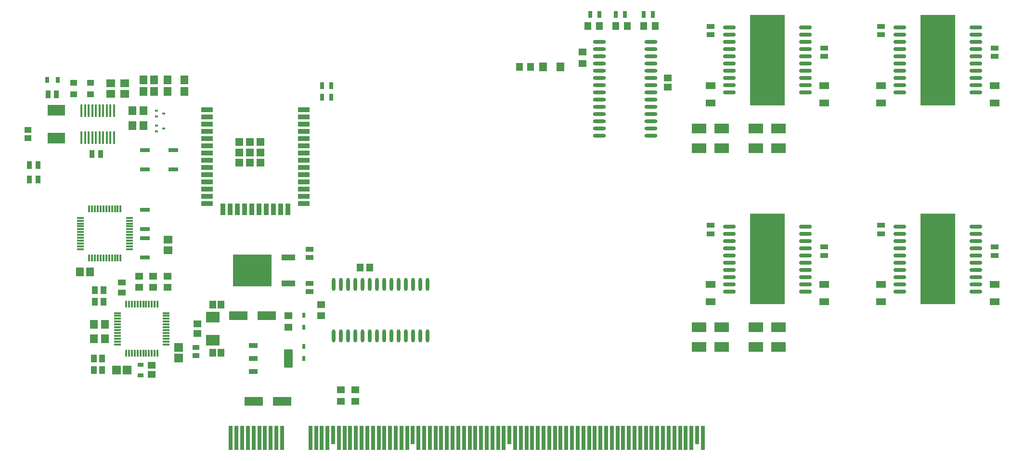
<source format=gtp>
G04*
G04 #@! TF.GenerationSoftware,Altium Limited,Altium Designer,21.3.2 (30)*
G04*
G04 Layer_Color=8421504*
%FSLAX25Y25*%
%MOIN*%
G70*
G04*
G04 #@! TF.SameCoordinates,B38D24C8-20F9-4C12-AD3A-4427D22FBD9A*
G04*
G04*
G04 #@! TF.FilePolarity,Positive*
G04*
G01*
G75*
%ADD19R,0.02756X0.16535*%
%ADD20R,0.02756X0.12598*%
%ADD21R,0.12598X0.06299*%
%ADD22R,0.03150X0.04921*%
%ADD23R,0.04724X0.05709*%
%ADD24R,0.05709X0.04724*%
%ADD25R,0.05544X0.04747*%
%ADD26R,0.05315X0.03740*%
%ADD27O,0.09055X0.02362*%
%ADD28R,0.07087X0.04921*%
%ADD29O,0.08858X0.02756*%
%ADD30R,0.24410X0.62992*%
%ADD31R,0.09843X0.06693*%
%ADD32R,0.04747X0.05544*%
%ADD33O,0.02362X0.09055*%
%ADD34R,0.05512X0.05906*%
%ADD35R,0.02126X0.03386*%
G04:AMPARAMS|DCode=36|XSize=124.02mil|YSize=57.09mil|CornerRadius=2mil|HoleSize=0mil|Usage=FLASHONLY|Rotation=90.000|XOffset=0mil|YOffset=0mil|HoleType=Round|Shape=RoundedRectangle|*
%AMROUNDEDRECTD36*
21,1,0.12402,0.05309,0,0,90.0*
21,1,0.12002,0.05709,0,0,90.0*
1,1,0.00400,0.02655,0.06001*
1,1,0.00400,0.02655,-0.06001*
1,1,0.00400,-0.02655,-0.06001*
1,1,0.00400,-0.02655,0.06001*
%
%ADD36ROUNDEDRECTD36*%
G04:AMPARAMS|DCode=37|XSize=35.43mil|YSize=57.09mil|CornerRadius=1.95mil|HoleSize=0mil|Usage=FLASHONLY|Rotation=90.000|XOffset=0mil|YOffset=0mil|HoleType=Round|Shape=RoundedRectangle|*
%AMROUNDEDRECTD37*
21,1,0.03543,0.05319,0,0,90.0*
21,1,0.03154,0.05709,0,0,90.0*
1,1,0.00390,0.02659,0.01577*
1,1,0.00390,0.02659,-0.01577*
1,1,0.00390,-0.02659,-0.01577*
1,1,0.00390,-0.02659,0.01577*
%
%ADD37ROUNDEDRECTD37*%
%ADD38R,0.05315X0.03937*%
%ADD39R,0.04528X0.05315*%
%ADD40R,0.06102X0.06102*%
%ADD41R,0.04134X0.03150*%
%ADD42R,0.05709X0.05118*%
%ADD43R,0.05709X0.04528*%
%ADD44R,0.09449X0.07480*%
%ADD45R,0.04969X0.03771*%
%ADD46R,0.06102X0.06102*%
%ADD47R,0.03937X0.05315*%
%ADD48R,0.05727X0.06127*%
%ADD49R,0.05315X0.06102*%
%ADD50R,0.06693X0.03150*%
%ADD51R,0.06102X0.05512*%
%ADD52R,0.03740X0.05315*%
%ADD53R,0.05512X0.06102*%
%ADD54R,0.26772X0.21850*%
%ADD55R,0.09449X0.03937*%
%ADD56R,0.02000X0.01402*%
%ADD57R,0.05118X0.01181*%
%ADD58R,0.01181X0.05118*%
%ADD59R,0.04724X0.04331*%
%ADD60R,0.03150X0.04134*%
G04:AMPARAMS|DCode=61|XSize=88.58mil|YSize=15.75mil|CornerRadius=7.87mil|HoleSize=0mil|Usage=FLASHONLY|Rotation=270.000|XOffset=0mil|YOffset=0mil|HoleType=Round|Shape=RoundedRectangle|*
%AMROUNDEDRECTD61*
21,1,0.08858,0.00000,0,0,270.0*
21,1,0.07284,0.01575,0,0,270.0*
1,1,0.01575,0.00000,-0.03642*
1,1,0.01575,0.00000,0.03642*
1,1,0.01575,0.00000,0.03642*
1,1,0.01575,0.00000,-0.03642*
%
%ADD61ROUNDEDRECTD61*%
%ADD62R,0.12400X0.07700*%
%ADD63R,0.05151X0.03960*%
%ADD64R,0.07874X0.03543*%
%ADD65R,0.03543X0.07874*%
%ADD66R,0.05236X0.05236*%
D19*
X289961Y13780D02*
D03*
X282087D02*
D03*
X270276D02*
D03*
X297835D02*
D03*
X278150D02*
D03*
X286024D02*
D03*
X293898D02*
D03*
X301772D02*
D03*
X274213D02*
D03*
X258465D02*
D03*
X262402D02*
D03*
X266339D02*
D03*
X309646D02*
D03*
X179724D02*
D03*
X183661D02*
D03*
X211221D02*
D03*
X199409D02*
D03*
X187598D02*
D03*
X207283D02*
D03*
X191535D02*
D03*
X195472D02*
D03*
X203346D02*
D03*
X215158D02*
D03*
X234842D02*
D03*
X254528D02*
D03*
X238779D02*
D03*
X246654D02*
D03*
X242717D02*
D03*
X325394D02*
D03*
X352953D02*
D03*
X360827D02*
D03*
X329331D02*
D03*
X321457D02*
D03*
X313583D02*
D03*
X341142D02*
D03*
X317520D02*
D03*
X345079D02*
D03*
X349016D02*
D03*
X364764D02*
D03*
X376575D02*
D03*
X368701D02*
D03*
X356890D02*
D03*
X333268D02*
D03*
X337205D02*
D03*
X380512D02*
D03*
X384449D02*
D03*
X388386D02*
D03*
X392323D02*
D03*
X396260D02*
D03*
X400197D02*
D03*
X404134D02*
D03*
X408071D02*
D03*
X412008D02*
D03*
X415945D02*
D03*
X419882D02*
D03*
X423819D02*
D03*
X427756D02*
D03*
X431693D02*
D03*
X435630D02*
D03*
X439567D02*
D03*
X443504D02*
D03*
X447441D02*
D03*
X451378D02*
D03*
X455315D02*
D03*
X459252D02*
D03*
X463189D02*
D03*
X467126D02*
D03*
X471063D02*
D03*
X475000D02*
D03*
X478937D02*
D03*
X482874D02*
D03*
X486811D02*
D03*
X490748D02*
D03*
X494685D02*
D03*
X498622D02*
D03*
X506496D02*
D03*
D20*
X305709Y15748D02*
D03*
X250590D02*
D03*
X372638D02*
D03*
X502559D02*
D03*
D21*
X215158Y39370D02*
D03*
X195472D02*
D03*
X204724Y98425D02*
D03*
X185039D02*
D03*
D22*
X471850Y307087D02*
D03*
X465551D02*
D03*
X452559D02*
D03*
X446260D02*
D03*
X428543D02*
D03*
X434842D02*
D03*
X249213Y250000D02*
D03*
X242913D02*
D03*
X249213Y257874D02*
D03*
X242913D02*
D03*
D23*
X465551Y299213D02*
D03*
X473425D02*
D03*
X446260D02*
D03*
X454134D02*
D03*
X434842D02*
D03*
X426968D02*
D03*
X379528Y271063D02*
D03*
X387402D02*
D03*
D24*
X423228Y281280D02*
D03*
Y273406D02*
D03*
X265748Y39370D02*
D03*
Y47244D02*
D03*
X255906Y39370D02*
D03*
Y47244D02*
D03*
X242126Y106299D02*
D03*
Y98425D02*
D03*
X135827Y125984D02*
D03*
Y118110D02*
D03*
X125984Y125984D02*
D03*
Y118110D02*
D03*
X116142Y125984D02*
D03*
Y118110D02*
D03*
X219685Y90551D02*
D03*
Y98425D02*
D03*
D25*
X482283Y263405D02*
D03*
Y256900D02*
D03*
D26*
X708661Y146201D02*
D03*
Y140295D02*
D03*
X590551Y146201D02*
D03*
Y140295D02*
D03*
X708661Y283996D02*
D03*
Y278091D02*
D03*
X590551Y284055D02*
D03*
Y278150D02*
D03*
X629921Y161201D02*
D03*
Y155295D02*
D03*
Y299016D02*
D03*
Y293110D02*
D03*
X511811Y155295D02*
D03*
Y161201D02*
D03*
Y293110D02*
D03*
Y299016D02*
D03*
X234252Y138779D02*
D03*
Y144685D02*
D03*
X234252Y121063D02*
D03*
Y115157D02*
D03*
D27*
X434842Y288405D02*
D03*
Y283405D02*
D03*
Y278405D02*
D03*
Y273406D02*
D03*
Y268406D02*
D03*
Y263405D02*
D03*
Y258405D02*
D03*
Y253405D02*
D03*
Y248406D02*
D03*
Y243406D02*
D03*
Y238405D02*
D03*
Y233405D02*
D03*
Y228405D02*
D03*
Y223406D02*
D03*
X470669Y288405D02*
D03*
Y283405D02*
D03*
Y278405D02*
D03*
Y273406D02*
D03*
Y268406D02*
D03*
Y263405D02*
D03*
Y258405D02*
D03*
Y253405D02*
D03*
Y248406D02*
D03*
Y243406D02*
D03*
Y238405D02*
D03*
Y233405D02*
D03*
Y228405D02*
D03*
Y223406D02*
D03*
D28*
X708661Y108169D02*
D03*
Y120177D02*
D03*
X629921Y108169D02*
D03*
Y120177D02*
D03*
X708661Y245965D02*
D03*
Y257972D02*
D03*
X629921Y245965D02*
D03*
Y257972D02*
D03*
X511811Y120177D02*
D03*
Y108169D02*
D03*
X590551Y120177D02*
D03*
Y108169D02*
D03*
Y257972D02*
D03*
Y245965D02*
D03*
X511811Y257972D02*
D03*
Y245965D02*
D03*
D29*
X695571Y115295D02*
D03*
Y120295D02*
D03*
Y125295D02*
D03*
Y130295D02*
D03*
Y135295D02*
D03*
Y140295D02*
D03*
Y145295D02*
D03*
Y150295D02*
D03*
Y155295D02*
D03*
Y160295D02*
D03*
X643012Y115295D02*
D03*
Y120295D02*
D03*
Y125295D02*
D03*
Y130295D02*
D03*
Y135295D02*
D03*
Y140295D02*
D03*
Y145295D02*
D03*
Y150295D02*
D03*
Y155295D02*
D03*
Y160295D02*
D03*
X695571Y253091D02*
D03*
Y258090D02*
D03*
Y263090D02*
D03*
Y268091D02*
D03*
Y273091D02*
D03*
Y278091D02*
D03*
Y283090D02*
D03*
Y288090D02*
D03*
Y293091D02*
D03*
Y298091D02*
D03*
X643012Y253091D02*
D03*
Y258090D02*
D03*
Y263090D02*
D03*
Y268091D02*
D03*
Y273091D02*
D03*
Y278091D02*
D03*
Y283090D02*
D03*
Y288090D02*
D03*
Y293091D02*
D03*
Y298091D02*
D03*
X577461Y115295D02*
D03*
Y120295D02*
D03*
Y125295D02*
D03*
Y130295D02*
D03*
Y135295D02*
D03*
Y140295D02*
D03*
Y145295D02*
D03*
Y150295D02*
D03*
Y155295D02*
D03*
Y160295D02*
D03*
X524902Y115295D02*
D03*
Y120295D02*
D03*
Y125295D02*
D03*
Y130295D02*
D03*
Y135295D02*
D03*
Y140295D02*
D03*
Y145295D02*
D03*
Y150295D02*
D03*
Y155295D02*
D03*
Y160295D02*
D03*
X577461Y253091D02*
D03*
Y258090D02*
D03*
Y263090D02*
D03*
Y268091D02*
D03*
Y273091D02*
D03*
Y278091D02*
D03*
Y283090D02*
D03*
Y288090D02*
D03*
Y293091D02*
D03*
Y298091D02*
D03*
X524902Y253091D02*
D03*
Y258090D02*
D03*
Y263090D02*
D03*
Y268091D02*
D03*
Y273091D02*
D03*
Y278091D02*
D03*
Y283090D02*
D03*
Y288090D02*
D03*
Y293091D02*
D03*
Y298091D02*
D03*
D30*
X669291Y137795D02*
D03*
Y275590D02*
D03*
X551181Y137795D02*
D03*
X551181Y275590D02*
D03*
D31*
X519685Y76772D02*
D03*
X503937D02*
D03*
X559055D02*
D03*
X543307D02*
D03*
Y90551D02*
D03*
X559055D02*
D03*
X503937D02*
D03*
X519685D02*
D03*
X559055Y214567D02*
D03*
X543307D02*
D03*
X519685D02*
D03*
X503937D02*
D03*
X543307Y228346D02*
D03*
X559055D02*
D03*
X503937D02*
D03*
X519685D02*
D03*
D32*
X275891Y131890D02*
D03*
X269385D02*
D03*
D33*
X315965Y120276D02*
D03*
X310965D02*
D03*
X305965D02*
D03*
X300965D02*
D03*
X295965D02*
D03*
X290965D02*
D03*
X285965D02*
D03*
X280965D02*
D03*
X275965D02*
D03*
X270965D02*
D03*
X265965D02*
D03*
X260965D02*
D03*
X255965D02*
D03*
X250965D02*
D03*
X315965Y84449D02*
D03*
X310965D02*
D03*
X305965D02*
D03*
X300965D02*
D03*
X295965D02*
D03*
X290965D02*
D03*
X285965D02*
D03*
X280965D02*
D03*
X275965D02*
D03*
X270965D02*
D03*
X265965D02*
D03*
X260965D02*
D03*
X255965D02*
D03*
X250965D02*
D03*
D34*
X396063Y271063D02*
D03*
X407874D02*
D03*
X135827Y253937D02*
D03*
X147638D02*
D03*
X135827Y261811D02*
D03*
X147638D02*
D03*
D35*
X230315Y90551D02*
D03*
Y98976D02*
D03*
Y77323D02*
D03*
Y68898D02*
D03*
D36*
X219587Y68898D02*
D03*
D37*
X195374Y59842D02*
D03*
Y68898D02*
D03*
Y77953D02*
D03*
D38*
X104331Y114567D02*
D03*
Y121653D02*
D03*
D39*
X173031Y106299D02*
D03*
X167323D02*
D03*
X173031Y72835D02*
D03*
X167323D02*
D03*
D40*
X100689Y61024D02*
D03*
X107972D02*
D03*
D41*
X117323Y64665D02*
D03*
Y57382D02*
D03*
D42*
X125000Y57874D02*
D03*
Y64173D02*
D03*
D43*
X156496Y93012D02*
D03*
Y86122D02*
D03*
D44*
X167323Y81496D02*
D03*
Y97638D02*
D03*
D45*
X155512Y76485D02*
D03*
Y70759D02*
D03*
D46*
X143701Y69193D02*
D03*
Y76476D02*
D03*
D47*
X91535Y108268D02*
D03*
X85630D02*
D03*
X91535Y116142D02*
D03*
X85630D02*
D03*
X84744Y61024D02*
D03*
X90650D02*
D03*
X84744Y68898D02*
D03*
X90650D02*
D03*
D48*
X75095Y128937D02*
D03*
X82385D02*
D03*
D49*
X92421Y82677D02*
D03*
X84744D02*
D03*
X92421Y92520D02*
D03*
X84744D02*
D03*
D50*
X120079Y213386D02*
D03*
Y200000D02*
D03*
X139764Y213386D02*
D03*
Y200000D02*
D03*
X120079Y152362D02*
D03*
Y138976D02*
D03*
Y172047D02*
D03*
Y158661D02*
D03*
D51*
X136221Y143898D02*
D03*
Y151378D02*
D03*
X106299Y259646D02*
D03*
Y252165D02*
D03*
X96457Y259646D02*
D03*
Y252165D02*
D03*
D52*
X46260Y192913D02*
D03*
X40354D02*
D03*
X46260Y202756D02*
D03*
X40354D02*
D03*
X83661Y210630D02*
D03*
X89567D02*
D03*
X59055Y251969D02*
D03*
X53150D02*
D03*
D53*
X119095Y261811D02*
D03*
X126575D02*
D03*
X119095Y253937D02*
D03*
X126575D02*
D03*
X111614Y230315D02*
D03*
X119095D02*
D03*
X111614Y240551D02*
D03*
X119095D02*
D03*
D54*
X194488Y129921D02*
D03*
D55*
X219685Y138898D02*
D03*
Y120945D02*
D03*
D56*
X128159Y230315D02*
D03*
Y226378D02*
D03*
X133258Y228346D02*
D03*
X128159Y240551D02*
D03*
Y236614D02*
D03*
X133258Y238583D02*
D03*
D57*
X101181Y100394D02*
D03*
Y98425D02*
D03*
Y96457D02*
D03*
Y94488D02*
D03*
Y92520D02*
D03*
Y90551D02*
D03*
Y78740D02*
D03*
Y80709D02*
D03*
Y82677D02*
D03*
Y84646D02*
D03*
Y86614D02*
D03*
Y88583D02*
D03*
X135039Y78740D02*
D03*
Y80709D02*
D03*
Y82677D02*
D03*
Y84646D02*
D03*
Y86614D02*
D03*
Y88583D02*
D03*
Y100394D02*
D03*
Y98425D02*
D03*
Y96457D02*
D03*
Y94488D02*
D03*
Y92520D02*
D03*
Y90551D02*
D03*
X109449Y144685D02*
D03*
Y146653D02*
D03*
Y148622D02*
D03*
Y150591D02*
D03*
Y152559D02*
D03*
Y154527D02*
D03*
Y166339D02*
D03*
Y164370D02*
D03*
Y162402D02*
D03*
Y160433D02*
D03*
Y158465D02*
D03*
Y156496D02*
D03*
X75591Y166339D02*
D03*
Y164370D02*
D03*
Y162402D02*
D03*
Y160433D02*
D03*
Y158465D02*
D03*
Y156496D02*
D03*
Y144685D02*
D03*
Y146653D02*
D03*
Y148622D02*
D03*
Y150591D02*
D03*
Y152559D02*
D03*
Y154527D02*
D03*
D58*
X107283Y72638D02*
D03*
X109252D02*
D03*
X111221D02*
D03*
X113189D02*
D03*
X115157D02*
D03*
X117126D02*
D03*
X128937D02*
D03*
X126969D02*
D03*
X125000D02*
D03*
X123031D02*
D03*
X121063D02*
D03*
X119095D02*
D03*
X128937Y106496D02*
D03*
X126969D02*
D03*
X125000D02*
D03*
X123031D02*
D03*
X121063D02*
D03*
X119095D02*
D03*
X107283D02*
D03*
X109252D02*
D03*
X111221D02*
D03*
X113189D02*
D03*
X115157D02*
D03*
X117126D02*
D03*
X103347Y172441D02*
D03*
X101378D02*
D03*
X99410D02*
D03*
X97441D02*
D03*
X95473D02*
D03*
X93504D02*
D03*
X81693D02*
D03*
X83661D02*
D03*
X85630D02*
D03*
X87598D02*
D03*
X89567D02*
D03*
X91535D02*
D03*
X81693Y138583D02*
D03*
X83661D02*
D03*
X85630D02*
D03*
X87598D02*
D03*
X89567D02*
D03*
X91535D02*
D03*
X103347D02*
D03*
X101378D02*
D03*
X99410D02*
D03*
X97441D02*
D03*
X95473D02*
D03*
X93504D02*
D03*
D59*
X82677Y251772D02*
D03*
Y260039D02*
D03*
X70866Y251772D02*
D03*
Y260039D02*
D03*
D60*
X59744Y261811D02*
D03*
X52461D02*
D03*
D61*
X98848Y240650D02*
D03*
X96348D02*
D03*
X93848D02*
D03*
X91348D02*
D03*
X88848D02*
D03*
X86348D02*
D03*
X83848D02*
D03*
X81348D02*
D03*
X78848D02*
D03*
X76348D02*
D03*
Y221949D02*
D03*
X78848D02*
D03*
X81348D02*
D03*
X83848D02*
D03*
X86348D02*
D03*
X88848D02*
D03*
X91348D02*
D03*
X93848D02*
D03*
X96348D02*
D03*
X98848D02*
D03*
D62*
X59055Y221555D02*
D03*
Y240855D02*
D03*
D63*
X39370Y221550D02*
D03*
Y227269D02*
D03*
D64*
X163386Y241181D02*
D03*
Y236181D02*
D03*
Y231181D02*
D03*
Y226181D02*
D03*
Y221181D02*
D03*
Y216181D02*
D03*
Y211181D02*
D03*
Y206181D02*
D03*
Y201181D02*
D03*
Y196181D02*
D03*
Y191181D02*
D03*
Y186181D02*
D03*
Y181181D02*
D03*
Y176181D02*
D03*
X230315D02*
D03*
Y181181D02*
D03*
Y186181D02*
D03*
Y191181D02*
D03*
Y196181D02*
D03*
Y201181D02*
D03*
Y206181D02*
D03*
Y211181D02*
D03*
Y216181D02*
D03*
Y221181D02*
D03*
Y226181D02*
D03*
Y231181D02*
D03*
Y236181D02*
D03*
Y241181D02*
D03*
D65*
X174350Y172244D02*
D03*
X179350D02*
D03*
X184350D02*
D03*
X189350D02*
D03*
X194350D02*
D03*
X199350D02*
D03*
X204350D02*
D03*
X209350D02*
D03*
X214350D02*
D03*
X219350D02*
D03*
D66*
X185689Y218878D02*
D03*
X192913D02*
D03*
X200138D02*
D03*
X185689Y211653D02*
D03*
X192913D02*
D03*
X200138D02*
D03*
X185689Y204429D02*
D03*
X192913D02*
D03*
X200138D02*
D03*
M02*

</source>
